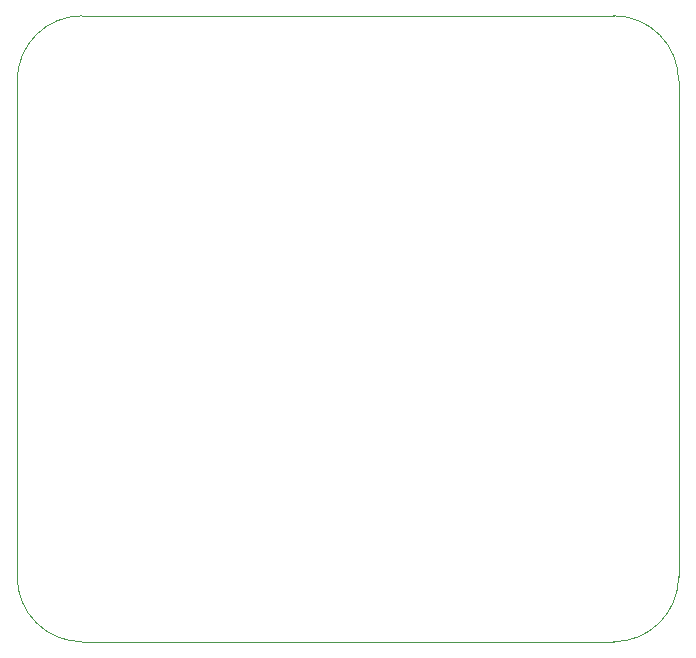
<source format=gbr>
%TF.GenerationSoftware,KiCad,Pcbnew,(6.0.7)*%
%TF.CreationDate,2022-09-22T19:59:32-07:00*%
%TF.ProjectId,STM32F4_rev2,53544d33-3246-4345-9f72-6576322e6b69,rev?*%
%TF.SameCoordinates,Original*%
%TF.FileFunction,Profile,NP*%
%FSLAX46Y46*%
G04 Gerber Fmt 4.6, Leading zero omitted, Abs format (unit mm)*
G04 Created by KiCad (PCBNEW (6.0.7)) date 2022-09-22 19:59:32*
%MOMM*%
%LPD*%
G01*
G04 APERTURE LIST*
%TA.AperFunction,Profile*%
%ADD10C,0.100000*%
%TD*%
G04 APERTURE END LIST*
D10*
X115250000Y-109500000D02*
X70250000Y-109500000D01*
X120750000Y-62000000D02*
G75*
G03*
X115250000Y-56500000I-5500000J0D01*
G01*
X115250000Y-109500000D02*
G75*
G03*
X120750000Y-104000000I0J5500000D01*
G01*
X120750000Y-62000000D02*
X120750000Y-104000000D01*
X70250000Y-56500000D02*
X115250000Y-56500000D01*
X64750000Y-104000000D02*
X64750000Y-62000000D01*
X64750000Y-104000000D02*
G75*
G03*
X70250000Y-109500000I5500000J0D01*
G01*
X70250000Y-56500000D02*
G75*
G03*
X64750000Y-62000000I0J-5500000D01*
G01*
M02*

</source>
